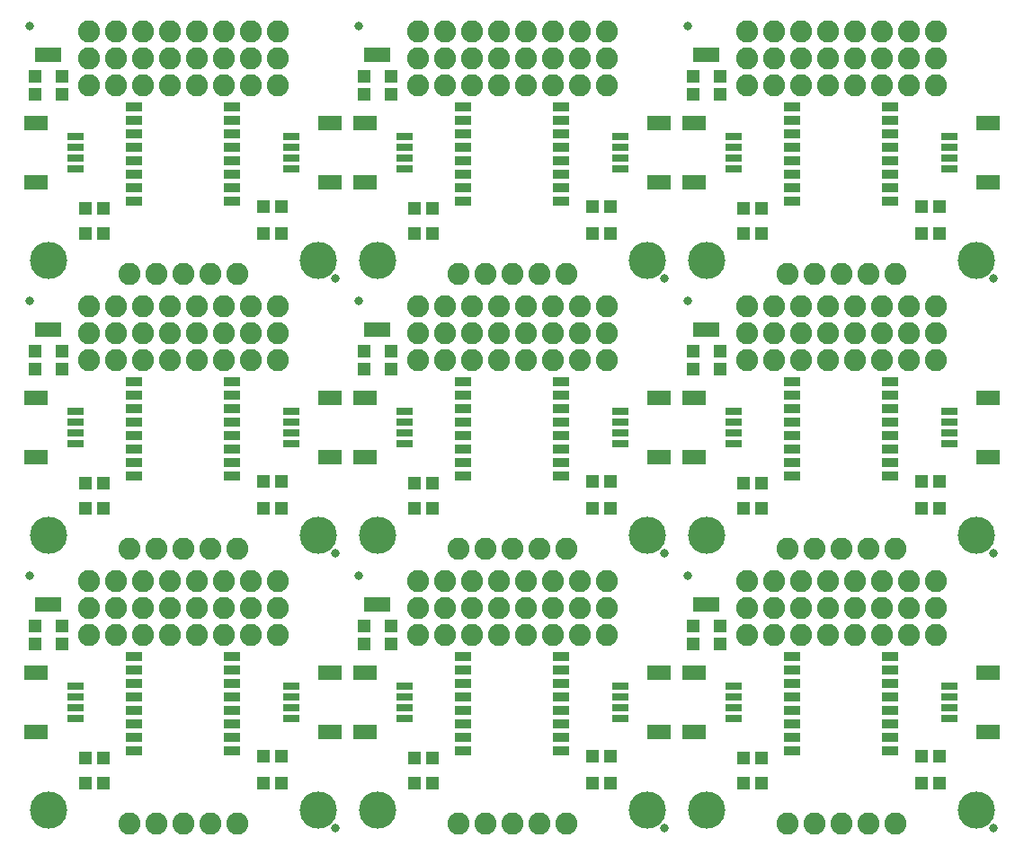
<source format=gts>
G75*
%MOIN*%
%OFA0B0*%
%FSLAX25Y25*%
%IPPOS*%
%LPD*%
%AMOC8*
5,1,8,0,0,1.08239X$1,22.5*
%
%ADD10C,0.13800*%
%ADD11C,0.03300*%
%ADD12R,0.08674X0.05524*%
%ADD13R,0.06115X0.03162*%
%ADD14C,0.08200*%
%ADD15R,0.05131X0.04737*%
%ADD16R,0.04737X0.05131*%
%ADD17R,0.03300X0.05800*%
%ADD18R,0.06300X0.03350*%
D10*
X0012560Y0016000D03*
X0112560Y0016000D03*
X0134560Y0016000D03*
X0234560Y0016000D03*
X0256560Y0016000D03*
X0356560Y0016000D03*
X0356560Y0118000D03*
X0256560Y0118000D03*
X0234560Y0118000D03*
X0134560Y0118000D03*
X0112560Y0118000D03*
X0012560Y0118000D03*
X0012560Y0220000D03*
X0112560Y0220000D03*
X0134560Y0220000D03*
X0234560Y0220000D03*
X0256560Y0220000D03*
X0356560Y0220000D03*
D11*
X0363060Y0213500D03*
X0249560Y0205000D03*
X0241060Y0213500D03*
X0127560Y0205000D03*
X0119060Y0213500D03*
X0005560Y0205000D03*
X0119060Y0111500D03*
X0127560Y0103000D03*
X0241060Y0111500D03*
X0249560Y0103000D03*
X0363060Y0111500D03*
X0363060Y0009500D03*
X0241060Y0009500D03*
X0119060Y0009500D03*
X0005560Y0103000D03*
X0005560Y0307000D03*
X0127560Y0307000D03*
X0249560Y0307000D03*
D12*
X0252091Y0271024D03*
X0239028Y0271024D03*
X0239028Y0248976D03*
X0252091Y0248976D03*
X0252091Y0169024D03*
X0239028Y0169024D03*
X0239028Y0146976D03*
X0252091Y0146976D03*
X0252091Y0067024D03*
X0239028Y0067024D03*
X0239028Y0044976D03*
X0252091Y0044976D03*
X0361028Y0044976D03*
X0361028Y0067024D03*
X0361028Y0146976D03*
X0361028Y0169024D03*
X0361028Y0248976D03*
X0361028Y0271024D03*
X0130091Y0271024D03*
X0117028Y0271024D03*
X0117028Y0248976D03*
X0130091Y0248976D03*
X0130091Y0169024D03*
X0117028Y0169024D03*
X0117028Y0146976D03*
X0130091Y0146976D03*
X0130091Y0067024D03*
X0117028Y0067024D03*
X0117028Y0044976D03*
X0130091Y0044976D03*
X0008091Y0044976D03*
X0008091Y0067024D03*
X0008091Y0146976D03*
X0008091Y0169024D03*
X0008091Y0248976D03*
X0008091Y0271024D03*
D13*
X0022560Y0265906D03*
X0022560Y0261969D03*
X0022560Y0258031D03*
X0022560Y0254094D03*
X0102560Y0254094D03*
X0102560Y0258031D03*
X0102560Y0261969D03*
X0102560Y0265906D03*
X0144560Y0265906D03*
X0144560Y0261969D03*
X0144560Y0258031D03*
X0144560Y0254094D03*
X0224560Y0254094D03*
X0224560Y0258031D03*
X0224560Y0261969D03*
X0224560Y0265906D03*
X0266560Y0265906D03*
X0266560Y0261969D03*
X0266560Y0258031D03*
X0266560Y0254094D03*
X0346560Y0254094D03*
X0346560Y0258031D03*
X0346560Y0261969D03*
X0346560Y0265906D03*
X0346560Y0163906D03*
X0346560Y0159969D03*
X0346560Y0156031D03*
X0346560Y0152094D03*
X0266560Y0152094D03*
X0266560Y0156031D03*
X0266560Y0159969D03*
X0266560Y0163906D03*
X0224560Y0163906D03*
X0224560Y0159969D03*
X0224560Y0156031D03*
X0224560Y0152094D03*
X0144560Y0152094D03*
X0144560Y0156031D03*
X0144560Y0159969D03*
X0144560Y0163906D03*
X0102560Y0163906D03*
X0102560Y0159969D03*
X0102560Y0156031D03*
X0102560Y0152094D03*
X0022560Y0152094D03*
X0022560Y0156031D03*
X0022560Y0159969D03*
X0022560Y0163906D03*
X0022560Y0061906D03*
X0022560Y0057969D03*
X0022560Y0054031D03*
X0022560Y0050094D03*
X0102560Y0050094D03*
X0102560Y0054031D03*
X0102560Y0057969D03*
X0102560Y0061906D03*
X0144560Y0061906D03*
X0144560Y0057969D03*
X0144560Y0054031D03*
X0144560Y0050094D03*
X0224560Y0050094D03*
X0224560Y0054031D03*
X0224560Y0057969D03*
X0224560Y0061906D03*
X0266560Y0061906D03*
X0266560Y0057969D03*
X0266560Y0054031D03*
X0266560Y0050094D03*
X0346560Y0050094D03*
X0346560Y0054031D03*
X0346560Y0057969D03*
X0346560Y0061906D03*
D14*
X0341560Y0081000D03*
X0331560Y0081000D03*
X0321560Y0081000D03*
X0311560Y0081000D03*
X0311560Y0091000D03*
X0321560Y0091000D03*
X0331560Y0091000D03*
X0341560Y0091000D03*
X0341560Y0101000D03*
X0331560Y0101000D03*
X0321560Y0101000D03*
X0311560Y0101000D03*
X0301560Y0101000D03*
X0291560Y0101000D03*
X0281560Y0101000D03*
X0271560Y0101000D03*
X0271560Y0091000D03*
X0281560Y0091000D03*
X0291560Y0091000D03*
X0301560Y0091000D03*
X0301560Y0081000D03*
X0291560Y0081000D03*
X0281560Y0081000D03*
X0271560Y0081000D03*
X0286560Y0113000D03*
X0296560Y0113000D03*
X0306560Y0113000D03*
X0316560Y0113000D03*
X0326560Y0113000D03*
X0321560Y0183000D03*
X0331560Y0183000D03*
X0341560Y0183000D03*
X0341560Y0193000D03*
X0331560Y0193000D03*
X0321560Y0193000D03*
X0311560Y0193000D03*
X0311560Y0183000D03*
X0301560Y0183000D03*
X0291560Y0183000D03*
X0281560Y0183000D03*
X0271560Y0183000D03*
X0271560Y0193000D03*
X0281560Y0193000D03*
X0291560Y0193000D03*
X0301560Y0193000D03*
X0301560Y0203000D03*
X0291560Y0203000D03*
X0281560Y0203000D03*
X0271560Y0203000D03*
X0286560Y0215000D03*
X0296560Y0215000D03*
X0306560Y0215000D03*
X0316560Y0215000D03*
X0326560Y0215000D03*
X0331560Y0203000D03*
X0341560Y0203000D03*
X0321560Y0203000D03*
X0311560Y0203000D03*
X0219560Y0203000D03*
X0209560Y0203000D03*
X0199560Y0203000D03*
X0189560Y0203000D03*
X0189560Y0193000D03*
X0199560Y0193000D03*
X0209560Y0193000D03*
X0219560Y0193000D03*
X0219560Y0183000D03*
X0209560Y0183000D03*
X0199560Y0183000D03*
X0189560Y0183000D03*
X0179560Y0183000D03*
X0169560Y0183000D03*
X0159560Y0183000D03*
X0149560Y0183000D03*
X0149560Y0193000D03*
X0159560Y0193000D03*
X0169560Y0193000D03*
X0179560Y0193000D03*
X0179560Y0203000D03*
X0169560Y0203000D03*
X0159560Y0203000D03*
X0149560Y0203000D03*
X0164560Y0215000D03*
X0174560Y0215000D03*
X0184560Y0215000D03*
X0194560Y0215000D03*
X0204560Y0215000D03*
X0199560Y0285000D03*
X0209560Y0285000D03*
X0219560Y0285000D03*
X0219560Y0295000D03*
X0209560Y0295000D03*
X0199560Y0295000D03*
X0189560Y0295000D03*
X0189560Y0285000D03*
X0179560Y0285000D03*
X0169560Y0285000D03*
X0159560Y0285000D03*
X0149560Y0285000D03*
X0149560Y0295000D03*
X0159560Y0295000D03*
X0169560Y0295000D03*
X0179560Y0295000D03*
X0179560Y0305000D03*
X0169560Y0305000D03*
X0159560Y0305000D03*
X0149560Y0305000D03*
X0189560Y0305000D03*
X0199560Y0305000D03*
X0209560Y0305000D03*
X0219560Y0305000D03*
X0271560Y0305000D03*
X0281560Y0305000D03*
X0291560Y0305000D03*
X0301560Y0305000D03*
X0311560Y0305000D03*
X0321560Y0305000D03*
X0331560Y0305000D03*
X0341560Y0305000D03*
X0341560Y0295000D03*
X0331560Y0295000D03*
X0321560Y0295000D03*
X0311560Y0295000D03*
X0311560Y0285000D03*
X0321560Y0285000D03*
X0331560Y0285000D03*
X0341560Y0285000D03*
X0301560Y0285000D03*
X0291560Y0285000D03*
X0281560Y0285000D03*
X0271560Y0285000D03*
X0271560Y0295000D03*
X0281560Y0295000D03*
X0291560Y0295000D03*
X0301560Y0295000D03*
X0097560Y0295000D03*
X0087560Y0295000D03*
X0077560Y0295000D03*
X0077560Y0285000D03*
X0087560Y0285000D03*
X0097560Y0285000D03*
X0097560Y0305000D03*
X0087560Y0305000D03*
X0077560Y0305000D03*
X0067560Y0305000D03*
X0057560Y0305000D03*
X0047560Y0305000D03*
X0037560Y0305000D03*
X0027560Y0305000D03*
X0027560Y0295000D03*
X0037560Y0295000D03*
X0047560Y0295000D03*
X0057560Y0295000D03*
X0067560Y0295000D03*
X0067560Y0285000D03*
X0057560Y0285000D03*
X0047560Y0285000D03*
X0037560Y0285000D03*
X0027560Y0285000D03*
X0042560Y0215000D03*
X0052560Y0215000D03*
X0062560Y0215000D03*
X0072560Y0215000D03*
X0082560Y0215000D03*
X0087560Y0203000D03*
X0097560Y0203000D03*
X0097560Y0193000D03*
X0087560Y0193000D03*
X0077560Y0193000D03*
X0077560Y0183000D03*
X0087560Y0183000D03*
X0097560Y0183000D03*
X0077560Y0203000D03*
X0067560Y0203000D03*
X0057560Y0203000D03*
X0047560Y0203000D03*
X0037560Y0203000D03*
X0027560Y0203000D03*
X0027560Y0193000D03*
X0037560Y0193000D03*
X0047560Y0193000D03*
X0057560Y0193000D03*
X0067560Y0193000D03*
X0067560Y0183000D03*
X0057560Y0183000D03*
X0047560Y0183000D03*
X0037560Y0183000D03*
X0027560Y0183000D03*
X0042560Y0113000D03*
X0052560Y0113000D03*
X0062560Y0113000D03*
X0072560Y0113000D03*
X0082560Y0113000D03*
X0087560Y0101000D03*
X0097560Y0101000D03*
X0097560Y0091000D03*
X0087560Y0091000D03*
X0077560Y0091000D03*
X0077560Y0081000D03*
X0087560Y0081000D03*
X0097560Y0081000D03*
X0077560Y0101000D03*
X0067560Y0101000D03*
X0057560Y0101000D03*
X0047560Y0101000D03*
X0037560Y0101000D03*
X0027560Y0101000D03*
X0027560Y0091000D03*
X0037560Y0091000D03*
X0047560Y0091000D03*
X0057560Y0091000D03*
X0067560Y0091000D03*
X0067560Y0081000D03*
X0057560Y0081000D03*
X0047560Y0081000D03*
X0037560Y0081000D03*
X0027560Y0081000D03*
X0042560Y0011000D03*
X0052560Y0011000D03*
X0062560Y0011000D03*
X0072560Y0011000D03*
X0082560Y0011000D03*
X0164560Y0011000D03*
X0174560Y0011000D03*
X0184560Y0011000D03*
X0194560Y0011000D03*
X0204560Y0011000D03*
X0286560Y0011000D03*
X0296560Y0011000D03*
X0306560Y0011000D03*
X0316560Y0011000D03*
X0326560Y0011000D03*
X0219560Y0081000D03*
X0209560Y0081000D03*
X0199560Y0081000D03*
X0189560Y0081000D03*
X0189560Y0091000D03*
X0199560Y0091000D03*
X0209560Y0091000D03*
X0219560Y0091000D03*
X0219560Y0101000D03*
X0209560Y0101000D03*
X0199560Y0101000D03*
X0189560Y0101000D03*
X0179560Y0101000D03*
X0169560Y0101000D03*
X0159560Y0101000D03*
X0149560Y0101000D03*
X0149560Y0091000D03*
X0159560Y0091000D03*
X0169560Y0091000D03*
X0179560Y0091000D03*
X0179560Y0081000D03*
X0169560Y0081000D03*
X0159560Y0081000D03*
X0149560Y0081000D03*
X0164560Y0113000D03*
X0174560Y0113000D03*
X0184560Y0113000D03*
X0194560Y0113000D03*
X0204560Y0113000D03*
D15*
X0214214Y0128000D03*
X0220906Y0128000D03*
X0220906Y0138000D03*
X0214214Y0138000D03*
X0270214Y0137500D03*
X0276906Y0137500D03*
X0276906Y0128000D03*
X0270214Y0128000D03*
X0336214Y0128000D03*
X0342906Y0128000D03*
X0342906Y0138000D03*
X0336214Y0138000D03*
X0336214Y0230000D03*
X0342906Y0230000D03*
X0342906Y0240000D03*
X0336214Y0240000D03*
X0276906Y0239500D03*
X0270214Y0239500D03*
X0270214Y0230000D03*
X0276906Y0230000D03*
X0220906Y0230000D03*
X0214214Y0230000D03*
X0214214Y0240000D03*
X0220906Y0240000D03*
X0154906Y0239500D03*
X0148214Y0239500D03*
X0148214Y0230000D03*
X0154906Y0230000D03*
X0098906Y0230000D03*
X0092214Y0230000D03*
X0092214Y0240000D03*
X0098906Y0240000D03*
X0032906Y0239500D03*
X0026214Y0239500D03*
X0026214Y0230000D03*
X0032906Y0230000D03*
X0032906Y0137500D03*
X0026214Y0137500D03*
X0026214Y0128000D03*
X0032906Y0128000D03*
X0092214Y0128000D03*
X0098906Y0128000D03*
X0098906Y0138000D03*
X0092214Y0138000D03*
X0148214Y0137500D03*
X0154906Y0137500D03*
X0154906Y0128000D03*
X0148214Y0128000D03*
X0148214Y0035500D03*
X0154906Y0035500D03*
X0154906Y0026000D03*
X0148214Y0026000D03*
X0098906Y0026000D03*
X0092214Y0026000D03*
X0092214Y0036000D03*
X0098906Y0036000D03*
X0032906Y0035500D03*
X0026214Y0035500D03*
X0026214Y0026000D03*
X0032906Y0026000D03*
X0214214Y0026000D03*
X0220906Y0026000D03*
X0220906Y0036000D03*
X0214214Y0036000D03*
X0270214Y0035500D03*
X0276906Y0035500D03*
X0276906Y0026000D03*
X0270214Y0026000D03*
X0336214Y0026000D03*
X0342906Y0026000D03*
X0342906Y0036000D03*
X0336214Y0036000D03*
D16*
X0261560Y0077654D03*
X0261560Y0084346D03*
X0251560Y0084346D03*
X0251560Y0077654D03*
X0139560Y0077654D03*
X0139560Y0084346D03*
X0129560Y0084346D03*
X0129560Y0077654D03*
X0017560Y0077654D03*
X0017560Y0084346D03*
X0007560Y0084346D03*
X0007560Y0077654D03*
X0007560Y0179654D03*
X0007560Y0186346D03*
X0017560Y0186346D03*
X0017560Y0179654D03*
X0129560Y0179654D03*
X0129560Y0186346D03*
X0139560Y0186346D03*
X0139560Y0179654D03*
X0251560Y0179654D03*
X0251560Y0186346D03*
X0261560Y0186346D03*
X0261560Y0179654D03*
X0261560Y0281654D03*
X0261560Y0288346D03*
X0251560Y0288346D03*
X0251560Y0281654D03*
X0139560Y0281654D03*
X0139560Y0288346D03*
X0129560Y0288346D03*
X0129560Y0281654D03*
X0017560Y0281654D03*
X0017560Y0288346D03*
X0007560Y0288346D03*
X0007560Y0281654D03*
D17*
X0009360Y0296500D03*
X0012560Y0296500D03*
X0015760Y0296500D03*
X0131360Y0296500D03*
X0134560Y0296500D03*
X0137760Y0296500D03*
X0253360Y0296500D03*
X0256560Y0296500D03*
X0259760Y0296500D03*
X0259760Y0194500D03*
X0256560Y0194500D03*
X0253360Y0194500D03*
X0137760Y0194500D03*
X0134560Y0194500D03*
X0131360Y0194500D03*
X0015760Y0194500D03*
X0012560Y0194500D03*
X0009360Y0194500D03*
X0009360Y0092500D03*
X0012560Y0092500D03*
X0015760Y0092500D03*
X0131360Y0092500D03*
X0134560Y0092500D03*
X0137760Y0092500D03*
X0253360Y0092500D03*
X0256560Y0092500D03*
X0259760Y0092500D03*
D18*
X0288253Y0073000D03*
X0288253Y0068000D03*
X0288253Y0063000D03*
X0288253Y0058000D03*
X0288253Y0053000D03*
X0288253Y0048000D03*
X0288253Y0043000D03*
X0288253Y0038000D03*
X0324867Y0038000D03*
X0324867Y0043000D03*
X0324867Y0048000D03*
X0324867Y0053000D03*
X0324867Y0058000D03*
X0324867Y0063000D03*
X0324867Y0068000D03*
X0324867Y0073000D03*
X0324867Y0140000D03*
X0324867Y0145000D03*
X0324867Y0150000D03*
X0324867Y0155000D03*
X0324867Y0160000D03*
X0324867Y0165000D03*
X0324867Y0170000D03*
X0324867Y0175000D03*
X0288253Y0175000D03*
X0288253Y0170000D03*
X0288253Y0165000D03*
X0288253Y0160000D03*
X0288253Y0155000D03*
X0288253Y0150000D03*
X0288253Y0145000D03*
X0288253Y0140000D03*
X0202867Y0140000D03*
X0202867Y0145000D03*
X0202867Y0150000D03*
X0202867Y0155000D03*
X0202867Y0160000D03*
X0202867Y0165000D03*
X0202867Y0170000D03*
X0202867Y0175000D03*
X0166253Y0175000D03*
X0166253Y0170000D03*
X0166253Y0165000D03*
X0166253Y0160000D03*
X0166253Y0155000D03*
X0166253Y0150000D03*
X0166253Y0145000D03*
X0166253Y0140000D03*
X0166253Y0073000D03*
X0166253Y0068000D03*
X0166253Y0063000D03*
X0166253Y0058000D03*
X0166253Y0053000D03*
X0166253Y0048000D03*
X0166253Y0043000D03*
X0166253Y0038000D03*
X0202867Y0038000D03*
X0202867Y0043000D03*
X0202867Y0048000D03*
X0202867Y0053000D03*
X0202867Y0058000D03*
X0202867Y0063000D03*
X0202867Y0068000D03*
X0202867Y0073000D03*
X0080867Y0073000D03*
X0080867Y0068000D03*
X0080867Y0063000D03*
X0080867Y0058000D03*
X0080867Y0053000D03*
X0080867Y0048000D03*
X0080867Y0043000D03*
X0080867Y0038000D03*
X0044253Y0038000D03*
X0044253Y0043000D03*
X0044253Y0048000D03*
X0044253Y0053000D03*
X0044253Y0058000D03*
X0044253Y0063000D03*
X0044253Y0068000D03*
X0044253Y0073000D03*
X0044253Y0140000D03*
X0044253Y0145000D03*
X0044253Y0150000D03*
X0044253Y0155000D03*
X0044253Y0160000D03*
X0044253Y0165000D03*
X0044253Y0170000D03*
X0044253Y0175000D03*
X0080867Y0175000D03*
X0080867Y0170000D03*
X0080867Y0165000D03*
X0080867Y0160000D03*
X0080867Y0155000D03*
X0080867Y0150000D03*
X0080867Y0145000D03*
X0080867Y0140000D03*
X0080867Y0242000D03*
X0080867Y0247000D03*
X0080867Y0252000D03*
X0080867Y0257000D03*
X0080867Y0262000D03*
X0080867Y0267000D03*
X0080867Y0272000D03*
X0080867Y0277000D03*
X0044253Y0277000D03*
X0044253Y0272000D03*
X0044253Y0267000D03*
X0044253Y0262000D03*
X0044253Y0257000D03*
X0044253Y0252000D03*
X0044253Y0247000D03*
X0044253Y0242000D03*
X0166253Y0242000D03*
X0166253Y0247000D03*
X0166253Y0252000D03*
X0166253Y0257000D03*
X0166253Y0262000D03*
X0166253Y0267000D03*
X0166253Y0272000D03*
X0166253Y0277000D03*
X0202867Y0277000D03*
X0202867Y0272000D03*
X0202867Y0267000D03*
X0202867Y0262000D03*
X0202867Y0257000D03*
X0202867Y0252000D03*
X0202867Y0247000D03*
X0202867Y0242000D03*
X0288253Y0242000D03*
X0288253Y0247000D03*
X0288253Y0252000D03*
X0288253Y0257000D03*
X0288253Y0262000D03*
X0288253Y0267000D03*
X0288253Y0272000D03*
X0288253Y0277000D03*
X0324867Y0277000D03*
X0324867Y0272000D03*
X0324867Y0267000D03*
X0324867Y0262000D03*
X0324867Y0257000D03*
X0324867Y0252000D03*
X0324867Y0247000D03*
X0324867Y0242000D03*
M02*

</source>
